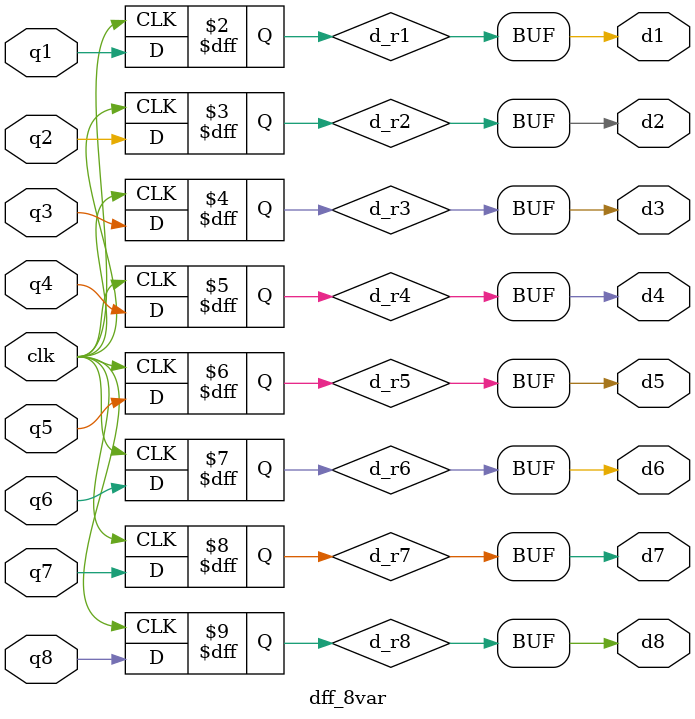
<source format=v>
`timescale 1ns / 1ps

module dff_8var #(
  parameter integer DW_1 = 1,
  parameter integer DW_2 = 1,
  parameter integer DW_3 = 1,
  parameter integer DW_4 = 1,
  parameter integer DW_5 = 1,
  parameter integer DW_6 = 1,
  parameter integer DW_7 = 1,
  parameter integer DW_8 = 1
)
(
  input  clk,
  input  [DW_1-1:0] q1,
  input  [DW_2-1:0] q2,
  input  [DW_3-1:0] q3,
  input  [DW_4-1:0] q4,
  input  [DW_5-1:0] q5,
  input  [DW_6-1:0] q6,
  input  [DW_7-1:0] q7,
  input  [DW_8-1:0] q8,
  output [DW_1-1:0] d1,
  output [DW_2-1:0] d2,
  output [DW_3-1:0] d3,
  output [DW_4-1:0] d4,  
  output [DW_5-1:0] d5,
  output [DW_6-1:0] d6,
  output [DW_7-1:0] d7,
  output [DW_8-1:0] d8
    );
  reg [DW_1-1:0] d_r1;
  reg [DW_2-1:0] d_r2;
  reg [DW_3-1:0] d_r3;
  reg [DW_4-1:0] d_r4;
  reg [DW_5-1:0] d_r5;
  reg [DW_6-1:0] d_r6;
  reg [DW_7-1:0] d_r7;
  reg [DW_8-1:0] d_r8;
    
  always @(posedge clk) begin
    d_r1 <= q1;
    d_r2 <= q2;
    d_r3 <= q3;
    d_r4 <= q4;
    d_r5 <= q5;
    d_r6 <= q6;
    d_r7 <= q7;
    d_r8 <= q8;    
  end
  
  assign d1 = d_r1;
  assign d2 = d_r2;
  assign d3 = d_r3;
  assign d4 = d_r4;
  assign d5 = d_r5;
  assign d6 = d_r6;
  assign d7 = d_r7;
  assign d8 = d_r8;
    
endmodule

</source>
